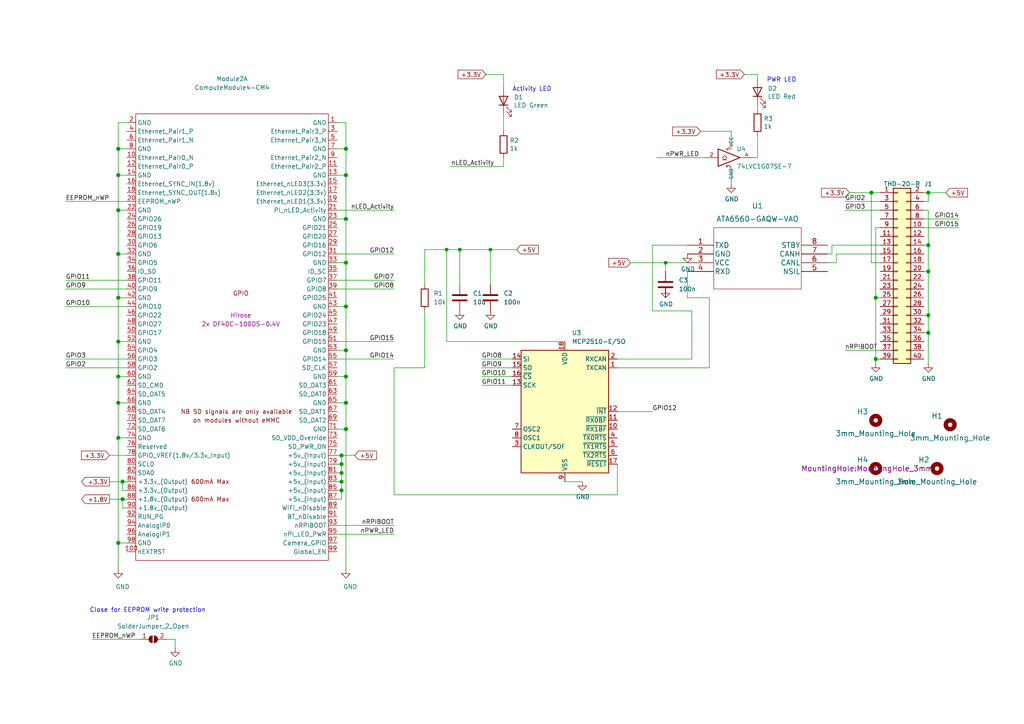
<source format=kicad_sch>
(kicad_sch (version 20211123) (generator eeschema)
  (paper "A4")
  (title_block (title "ColoradoCUBE C&DH") (date "2022-01-27") (rev "v01") (comment 4 "Author: Kate Nechaeva"))
  (lib_symbols
    (symbol "ATA6560-GAQW-VAO:ATA6560-GAQW-VAO" (pin_names (offset 0.254))
      (property "Reference" "U" (at 20.32 10.16 0))
      (property "Value" "ATA6560-GAQW-VAO" (at 20.32 7.62 0))
      (symbol "ATA6560-GAQW-VAO_1_1"
        (polyline (pts (xy 7.62 -12.7) (xy 33.02 -12.7)) (stroke (width 0.127)))
        (polyline (pts (xy 7.62 5.08) (xy 7.62 -12.7)) (stroke (width 0.127)))
        (polyline (pts (xy 33.02 -12.7) (xy 33.02 5.08)) (stroke (width 0.127)))
        (polyline (pts (xy 33.02 5.08) (xy 7.62 5.08)) (stroke (width 0.127)))
        (pin input line (at 0 0 0) (length 7.62) (name "TXD") (number "1"))
        (pin power_in line (at 0 -2.54 0) (length 7.62) (name "GND") (number "2"))
        (pin power_in line (at 0 -5.08 0) (length 7.62) (name "VCC") (number "3"))
        (pin output line (at 0 -7.62 0) (length 7.62) (name "RXD") (number "4"))
        (pin input line (at 40.64 -7.62 180) (length 7.62) (name "NSIL") (number "5"))
        (pin bidirectional line (at 40.64 -5.08 180) (length 7.62) (name "CANL") (number "6"))
        (pin bidirectional line (at 40.64 -2.54 180) (length 7.62) (name "CANH") (number "7"))
        (pin input line (at 40.64 0 180) (length 7.62) (name "STBY") (number "8"))
      )
    )
    (symbol "CM4IO:74LVC1G07_copy"
      (property "Reference" "U" (at -2.54 3.81 0))
      (property "Value" "74LVC1G07_copy" (at 0 -3.81 0))
      (symbol "74LVC1G07_copy_0_1"
        (polyline (pts (xy -2.54 -0.635) (xy -1.27 -0.635)))
        (polyline (pts (xy -3.81 2.54) (xy -3.81 -2.54) (xy 2.54 0) (xy -3.81 2.54)) (stroke (width 0.254)))
        (polyline (pts (xy -1.905 0.635) (xy -2.54 0) (xy -1.905 -0.635) (xy -1.27 0) (xy -1.905 0.635)))
      )
      (symbol "74LVC1G07_copy_1_1"
        (pin input line (at -7.62 0 0) (length 3.81) (name "~") (number "2"))
        (pin power_in line (at 0 -2.54 270) (length 0) (name "GND") (number "3"))
        (pin open_collector line (at 6.35 0 180) (length 3.81) (name "~") (number "4"))
        (pin power_in line (at 0 2.54 90) (length 0) (name "VCC") (number "5"))
      )
    )
    (symbol "CM4IO:ComputeModule4-CM4"
      (property "Reference" "Module" (at 113.03 -68.58 0))
      (property "Value" "ComputeModule4-CM4" (at 140.97 2.54 0))
      (property "Manufacturer" "Hirose" (at 0 0 0))
      (property "MPN" "2x DF40C-100DS-0.4V" (at 0 -2.54 0))
      (property "MPN (Alt)" "2x DF40HC(3.0)-100DS-0.4V" (at 0 0 0))
      (symbol "ComputeModule4-CM4_1_0"
        (text "GPIO" (at 0 6.35 0) (effects (font (size 1.27 1.27))))
      )
      (symbol "ComputeModule4-CM4_1_1"
        (rectangle (start -30.48 -71.12) (end 25.4 58.42))
        (text "600mA Max" (at -8.89 -53.34 0) (effects (font (size 1.27 1.27))))
        (text "600mA Max" (at -8.89 -48.26 0) (effects (font (size 1.27 1.27))))
        (text "NB SD signals are only available" (at -1.27 -27.94 0) (effects (font (size 1.27 1.27))))
        (text "on modules without eMMC" (at -1.27 -30.48 0) (effects (font (size 1.27 1.27))))
        (pin power_in line (at 27.94 55.88 180) (length 2.54) (name "GND") (number "1"))
        (pin passive line (at -33.02 45.72 0) (length 2.54) (name "Ethernet_Pair0_N") (number "10"))
        (pin output line (at -33.02 -68.58 0) (length 2.54) (name "nEXTRST") (number "100"))
        (pin passive line (at 27.94 43.18 180) (length 2.54) (name "Ethernet_Pair2_P") (number "11"))
        (pin passive line (at -33.02 43.18 0) (length 2.54) (name "Ethernet_Pair0_P") (number "12"))
        (pin power_in line (at 27.94 40.64 180) (length 2.54) (name "GND") (number "13"))
        (pin power_in line (at -33.02 40.64 0) (length 2.54) (name "GND") (number "14"))
        (pin output line (at 27.94 38.1 180) (length 2.54) (name "Ethernet_nLED3(3.3v)") (number "15"))
        (pin input line (at -33.02 38.1 0) (length 2.54) (name "Ethernet_SYNC_IN(1.8v)") (number "16"))
        (pin output line (at 27.94 35.56 180) (length 2.54) (name "Ethernet_nLED2(3.3v)") (number "17"))
        (pin input line (at -33.02 35.56 0) (length 2.54) (name "Ethernet_SYNC_OUT(1.8v)") (number "18"))
        (pin output line (at 27.94 33.02 180) (length 2.54) (name "Ethernet_nLED1(3.3v)") (number "19"))
        (pin power_in line (at -33.02 55.88 0) (length 2.54) (name "GND") (number "2"))
        (pin passive line (at -33.02 33.02 0) (length 2.54) (name "EEPROM_nWP") (number "20"))
        (pin open_collector line (at 27.94 30.48 180) (length 2.54) (name "PI_nLED_Activity") (number "21"))
        (pin power_in line (at -33.02 30.48 0) (length 2.54) (name "GND") (number "22"))
        (pin power_in line (at 27.94 27.94 180) (length 2.54) (name "GND") (number "23"))
        (pin passive line (at -33.02 27.94 0) (length 2.54) (name "GPIO26") (number "24"))
        (pin passive line (at 27.94 25.4 180) (length 2.54) (name "GPIO21") (number "25"))
        (pin passive line (at -33.02 25.4 0) (length 2.54) (name "GPIO19") (number "26"))
        (pin passive line (at 27.94 22.86 180) (length 2.54) (name "GPIO20") (number "27"))
        (pin passive line (at -33.02 22.86 0) (length 2.54) (name "GPIO13") (number "28"))
        (pin passive line (at 27.94 20.32 180) (length 2.54) (name "GPIO16") (number "29"))
        (pin passive line (at 27.94 53.34 180) (length 2.54) (name "Ethernet_Pair3_P") (number "3"))
        (pin passive line (at -33.02 20.32 0) (length 2.54) (name "GPIO6") (number "30"))
        (pin passive line (at 27.94 17.78 180) (length 2.54) (name "GPIO12") (number "31"))
        (pin power_in line (at -33.02 17.78 0) (length 2.54) (name "GND") (number "32"))
        (pin power_in line (at 27.94 15.24 180) (length 2.54) (name "GND") (number "33"))
        (pin passive line (at -33.02 15.24 0) (length 2.54) (name "GPIO5") (number "34"))
        (pin passive line (at 27.94 12.7 180) (length 2.54) (name "ID_SC") (number "35"))
        (pin passive line (at -33.02 12.7 0) (length 2.54) (name "ID_SD") (number "36"))
        (pin passive line (at 27.94 10.16 180) (length 2.54) (name "GPIO7") (number "37"))
        (pin passive line (at -33.02 10.16 0) (length 2.54) (name "GPIO11") (number "38"))
        (pin passive line (at 27.94 7.62 180) (length 2.54) (name "GPIO8") (number "39"))
        (pin passive line (at -33.02 53.34 0) (length 2.54) (name "Ethernet_Pair1_P") (number "4"))
        (pin passive line (at -33.02 7.62 0) (length 2.54) (name "GPIO9") (number "40"))
        (pin passive line (at 27.94 5.08 180) (length 2.54) (name "GPIO25") (number "41"))
        (pin power_in line (at -33.02 5.08 0) (length 2.54) (name "GND") (number "42"))
        (pin power_in line (at 27.94 2.54 180) (length 2.54) (name "GND") (number "43"))
        (pin passive line (at -33.02 2.54 0) (length 2.54) (name "GPIO10") (number "44"))
        (pin passive line (at 27.94 0 180) (length 2.54) (name "GPIO24") (number "45"))
        (pin passive line (at -33.02 0 0) (length 2.54) (name "GPIO22") (number "46"))
        (pin passive line (at 27.94 -2.54 180) (length 2.54) (name "GPIO23") (number "47"))
        (pin passive line (at -33.02 -2.54 0) (length 2.54) (name "GPIO27") (number "48"))
        (pin passive line (at 27.94 -5.08 180) (length 2.54) (name "GPIO18") (number "49"))
        (pin passive line (at 27.94 50.8 180) (length 2.54) (name "Ethernet_Pair3_N") (number "5"))
        (pin passive line (at -33.02 -5.08 0) (length 2.54) (name "GPIO17") (number "50"))
        (pin passive line (at 27.94 -7.62 180) (length 2.54) (name "GPIO15") (number "51"))
        (pin power_in line (at -33.02 -7.62 0) (length 2.54) (name "GND") (number "52"))
        (pin power_in line (at 27.94 -10.16 180) (length 2.54) (name "GND") (number "53"))
        (pin passive line (at -33.02 -10.16 0) (length 2.54) (name "GPIO4") (number "54"))
        (pin passive line (at 27.94 -12.7 180) (length 2.54) (name "GPIO14") (number "55"))
        (pin passive line (at -33.02 -12.7 0) (length 2.54) (name "GPIO3") (number "56"))
        (pin passive line (at 27.94 -15.24 180) (length 2.54) (name "SD_CLK") (number "57"))
        (pin passive line (at -33.02 -15.24 0) (length 2.54) (name "GPIO2") (number "58"))
        (pin power_in line (at 27.94 -17.78 180) (length 2.54) (name "GND") (number "59"))
        (pin passive line (at -33.02 50.8 0) (length 2.54) (name "Ethernet_Pair1_N") (number "6"))
        (pin power_in line (at -33.02 -17.78 0) (length 2.54) (name "GND") (number "60"))
        (pin passive line (at 27.94 -20.32 180) (length 2.54) (name "SD_DAT3") (number "61"))
        (pin passive line (at -33.02 -20.32 0) (length 2.54) (name "SD_CMD") (number "62"))
        (pin passive line (at 27.94 -22.86 180) (length 2.54) (name "SD_DAT0") (number "63"))
        (pin passive line (at -33.02 -22.86 0) (length 2.54) (name "SD_DAT5") (number "64"))
        (pin power_in line (at 27.94 -25.4 180) (length 2.54) (name "GND") (number "65"))
        (pin power_in line (at -33.02 -25.4 0) (length 2.54) (name "GND") (number "66"))
        (pin passive line (at 27.94 -27.94 180) (length 2.54) (name "SD_DAT1") (number "67"))
        (pin passive line (at -33.02 -27.94 0) (length 2.54) (name "SD_DAT4") (number "68"))
        (pin passive line (at 27.94 -30.48 180) (length 2.54) (name "SD_DAT2") (number "69"))
        (pin power_in line (at 27.94 48.26 180) (length 2.54) (name "GND") (number "7"))
        (pin passive line (at -33.02 -30.48 0) (length 2.54) (name "SD_DAT7") (number "70"))
        (pin power_in line (at 27.94 -33.02 180) (length 2.54) (name "GND") (number "71"))
        (pin passive line (at -33.02 -33.02 0) (length 2.54) (name "SD_DAT6") (number "72"))
        (pin input line (at 27.94 -35.56 180) (length 2.54) (name "SD_VDD_Override") (number "73"))
        (pin power_in line (at -33.02 -35.56 0) (length 2.54) (name "GND") (number "74"))
        (pin output line (at 27.94 -38.1 180) (length 2.54) (name "SD_PWR_ON") (number "75"))
        (pin passive line (at -33.02 -38.1 0) (length 2.54) (name "Reserved") (number "76"))
        (pin power_in line (at 27.94 -40.64 180) (length 2.54) (name "+5v_(Input)") (number "77"))
        (pin power_in line (at -33.02 -40.64 0) (length 2.54) (name "GPIO_VREF(1.8v/3.3v_Input)") (number "78"))
        (pin power_in line (at 27.94 -43.18 180) (length 2.54) (name "+5v_(Input)") (number "79"))
        (pin power_in line (at -33.02 48.26 0) (length 2.54) (name "GND") (number "8"))
        (pin passive line (at -33.02 -43.18 0) (length 2.54) (name "SCL0") (number "80"))
        (pin power_in line (at 27.94 -45.72 180) (length 2.54) (name "+5v_(Input)") (number "81"))
        (pin passive line (at -33.02 -45.72 0) (length 2.54) (name "SDA0") (number "82"))
        (pin power_in line (at 27.94 -48.26 180) (length 2.54) (name "+5v_(Input)") (number "83"))
        (pin power_out line (at -33.02 -48.26 0) (length 2.54) (name "+3.3v_(Output)") (number "84"))
        (pin power_in line (at 27.94 -50.8 180) (length 2.54) (name "+5v_(Input)") (number "85"))
        (pin power_out line (at -33.02 -50.8 0) (length 2.54) (name "+3.3v_(Output)") (number "86"))
        (pin power_in line (at 27.94 -53.34 180) (length 2.54) (name "+5v_(Input)") (number "87"))
        (pin power_out line (at -33.02 -53.34 0) (length 2.54) (name "+1.8v_(Output)") (number "88"))
        (pin power_in line (at 27.94 -55.88 180) (length 2.54) (name "WiFi_nDisable") (number "89"))
        (pin passive line (at 27.94 45.72 180) (length 2.54) (name "Ethernet_Pair2_N") (number "9"))
        (pin power_out line (at -33.02 -55.88 0) (length 2.54) (name "+1.8v_(Output)") (number "90"))
        (pin power_in line (at 27.94 -58.42 180) (length 2.54) (name "BT_nDisable") (number "91"))
        (pin passive line (at -33.02 -58.42 0) (length 2.54) (name "RUN_PG") (number "92"))
        (pin input line (at 27.94 -60.96 180) (length 2.54) (name "nRPIBOOT") (number "93"))
        (pin passive line (at -33.02 -60.96 0) (length 2.54) (name "AnalogIP0") (number "94"))
        (pin output line (at 27.94 -63.5 180) (length 2.54) (name "nPI_LED_PWR") (number "95"))
        (pin passive line (at -33.02 -63.5 0) (length 2.54) (name "AnalogIP1") (number "96"))
        (pin passive line (at 27.94 -66.04 180) (length 2.54) (name "Camera_GPIO") (number "97"))
        (pin power_in line (at -33.02 -66.04 0) (length 2.54) (name "GND") (number "98"))
        (pin input line (at 27.94 -68.58 180) (length 2.54) (name "Global_EN") (number "99"))
      )
      (symbol "ComputeModule4-CM4_2_1"
        (rectangle (start 114.3 -66.04) (end 165.1 63.5))
        (text "High Speed Serial" (at 140.97 0 0) (effects (font (size 1.27 1.27))))
        (pin input line (at 170.18 60.96 180) (length 5.08) (name "USB_OTG_ID") (number "101"))
        (pin input line (at 109.22 60.96 0) (length 5.08) (name "PCIe_CLK_nREQ") (number "102"))
        (pin passive line (at 170.18 58.42 180) (length 5.08) (name "USB2_N") (number "103"))
        (pin passive line (at 109.22 58.42 0) (length 5.08) (name "Reserved") (number "104"))
        (pin passive line (at 170.18 55.88 180) (length 5.08) (name "USB2_P") (number "105"))
        (pin passive line (at 109.22 55.88 0) (length 5.08) (name "Reserved") (number "106"))
        (pin power_in line (at 170.18 53.34 180) (length 5.08) (name "GND") (number "107"))
        (pin power_in line (at 109.22 53.34 0) (length 5.08) (name "GND") (number "108"))
        (pin bidirectional line (at 170.18 50.8 180) (length 5.08) (name "PCIe_nRST") (number "109"))
        (pin output line (at 109.22 50.8 0) (length 5.08) (name "PCIe_CLK_P") (number "110"))
        (pin passive line (at 170.18 48.26 180) (length 5.08) (name "VDAC_COMP") (number "111"))
        (pin output line (at 109.22 48.26 0) (length 5.08) (name "PCIe_CLK_N") (number "112"))
        (pin power_in line (at 170.18 45.72 180) (length 5.08) (name "GND") (number "113"))
        (pin power_in line (at 109.22 45.72 0) (length 5.08) (name "GND") (number "114"))
        (pin input line (at 170.18 43.18 180) (length 5.08) (name "CAM1_D0_N") (number "115"))
        (pin input line (at 109.22 43.18 0) (length 5.08) (name "PCIe_RX_P") (number "116"))
        (pin input line (at 170.18 40.64 180) (length 5.08) (name "CAM1_D0_P") (number "117"))
        (pin input line (at 109.22 40.64 0) (length 5.08) (name "PCIe_RX_N") (number "118"))
        (pin power_in line (at 170.18 38.1 180) (length 5.08) (name "GND") (number "119"))
        (pin power_in line (at 109.22 38.1 0) (length 5.08) (name "GND") (number "120"))
        (pin input line (at 170.18 35.56 180) (length 5.08) (name "CAM1_D1_N") (number "121"))
        (pin output line (at 109.22 35.56 0) (length 5.08) (name "PCIe_TX_P") (number "122"))
        (pin input line (at 170.18 33.02 180) (length 5.08) (name "CAM1_D1_P") (number "123"))
        (pin output line (at 109.22 33.02 0) (length 5.08) (name "PCIe_TX_N") (number "124"))
        (pin power_in line (at 170.18 30.48 180) (length 5.08) (name "GND") (number "125"))
        (pin power_in line (at 109.22 30.48 0) (length 5.08) (name "GND") (number "126"))
        (pin input line (at 170.18 27.94 180) (length 5.08) (name "CAM1_C_N") (number "127"))
        (pin input line (at 109.22 27.94 0) (length 5.08) (name "CAM0_D0_N") (number "128"))
        (pin input line (at 170.18 25.4 180) (length 5.08) (name "CAM1_C_P") (number "129"))
        (pin input line (at 109.22 25.4 0) (length 5.08) (name "CAM0_D0_P") (number "130"))
        (pin power_in line (at 170.18 22.86 180) (length 5.08) (name "GND") (number "131"))
        (pin power_in line (at 109.22 22.86 0) (length 5.08) (name "GND") (number "132"))
        (pin input line (at 170.18 20.32 180) (length 5.08) (name "CAM1_D2_N") (number "133"))
        (pin input line (at 109.22 20.32 0) (length 5.08) (name "CAM0_D1_N") (number "134"))
        (pin input line (at 170.18 17.78 180) (length 5.08) (name "CAM1_D2_P") (number "135"))
        (pin input line (at 109.22 17.78 0) (length 5.08) (name "CAM0_D1_P") (number "136"))
        (pin power_in line (at 170.18 15.24 180) (length 5.08) (name "GND") (number "137"))
        (pin power_in line (at 109.22 15.24 0) (length 5.08) (name "GND") (number "138"))
        (pin input line (at 170.18 12.7 180) (length 5.08) (name "CAM1_D3_N") (number "139"))
        (pin input line (at 109.22 12.7 0) (length 5.08) (name "CAM0_C_N") (number "140"))
        (pin input line (at 170.18 10.16 180) (length 5.08) (name "CAM1_D3_P") (number "141"))
        (pin input line (at 109.22 10.16 0) (length 5.08) (name "CAM0_C_P") (number "142"))
        (pin input line (at 170.18 7.62 180) (length 5.08) (name "HDMI1_HOTPLUG") (number "143"))
        (pin power_in line (at 109.22 7.62 0) (length 5.08) (name "GND") (number "144"))
        (pin bidirectional line (at 170.18 5.08 180) (length 5.08) (name "HDMI1_SDA") (number "145"))
        (pin output line (at 109.22 5.08 0) (length 5.08) (name "HDMI1_TX2_P") (number "146"))
        (pin open_collector line (at 170.18 2.54 180) (length 5.08) (name "HDMI1_SCL") (number "147"))
        (pin output line (at 109.22 2.54 0) (length 5.08) (name "HDMI1_TX2_N") (number "148"))
        (pin open_collector line (at 170.18 0 180) (length 5.08) (name "HDMI1_CEC") (number "149"))
        (pin power_in line (at 109.22 0 0) (length 5.08) (name "GND") (number "150"))
        (pin open_collector line (at 170.18 -2.54 180) (length 5.08) (name "HDMI0_CEC") (number "151"))
        (pin output line (at 109.22 -2.54 0) (length 5.08) (name "HDMI1_TX1_P") (number "152"))
        (pin input line (at 170.18 -5.08 180) (length 5.08) (name "HDMI0_HOTPLUG") (number "153"))
        (pin output line (at 109.22 -5.08 0) (length 5.08) (name "HDMI1_TX1_N") (number "154"))
        (pin power_in line (at 170.18 -7.62 180) (length 5.08) (name "GND") (number "155"))
        (pin power_in line (at 109.22 -7.62 0) (length 5.08) (name "GND") (number "156"))
        (pin output line (at 170.18 -10.16 180) (length 5.08) (name "DSI0_D0_N") (number "157"))
        (pin output line (at 109.22 -10.16 0) (length 5.08) (name "HDMI1_TX0_P") (number "158"))
        (pin output line (at 170.18 -12.7 180) (length 5.08) (name "DSI0_D0_P") (number "159"))
        (pin output line (at 109.22 -12.7 0) (length 5.08) (name "HDMI1_TX0_N") (number "160"))
        (pin power_in line (at 170.18 -15.24 180) (length 5.08) (name "GND") (number "161"))
        (pin power_in line (at 109.22 -15.24 0) (length 5.08) (name "GND") (number "162"))
        (pin output line (at 170.18 -17.78 180) (length 5.08) (name "DSI0_D1_N") (number "163"))
        (pin output line (at 109.22 -17.78 0) (length 5.08) (name "HDMI1_CLK_P") (number "164"))
        (pin output line (at 170.18 -20.32 180) (length 5.08) (name "DSI0_D1_P") (number "165"))
        (pin output line (at 109.22 -20.32 0) (length 5.08) (name "HDMI1_CLK_N") (number "166"))
        (pin power_in line (at 170.18 -22.86 180) (length 5.08) (name "GND") (number "167"))
        (pin power_in line (at 109.22 -22.86 0) (length 5.08) (name "GND") (number "168"))
        (pin output line (at 170.18 -25.4 180) (length 5.08) (name "DSI0_C_N") (number "169"))
        (pin output line (at 109.22 -25.4 0) (length 5.08) (name "HDMI0_TX2_P") (number "170"))
        (pin output line (at 170.18 -27.94 180) (length 5.08) (name "DSI0_C_P") (number "171"))
        (pin output line (at 109.22 -27.94 0) (length 5.08) (name "HDMI0_TX2_N") (number "172"))
        (pin power_in line (at 170.18 -30.48 180) (length 5.08) (name "GND") (number "173"))
        (pin power_in line (at 109.22 -30.48 0) (length 5.08) (name "GND") (number "174"))
        (pin output line (at 170.18 -33.02 180) (length 5.08) (name "DSI1_D0_N") (number "175"))
        (pin output line (at 109.22 -33.02 0) (length 5.08) (name "HDMI0_TX1_P") (number "176"))
        (pin output line (at 170.18 -35.56 180) (length 5.08) (name "DSI1_D0_P") (number "177"))
        (pin output line (at 109.22 -35.56 0) (length 5.08) (name "HDMI0_TX1_N") (number "178"))
        (pin power_in line (at 170.18 -38.1 180) (length 5.08) (name "GND") (number "179"))
        (pin power_in line (at 109.22 -38.1 0) (length 5.08) (name "GND") (number "180"))
        (pin output line (at 170.18 -40.64 180) (length 5.08) (name "DSI1_D1_N") (number "181"))
        (pin output line (at 109.22 -40.64 0) (length 5.08) (name "HDMI0_TX0_P") (number "182"))
        (pin output line (at 170.18 -43.18 180) (length 5.08) (name "DSI1_D1_P") (number "183"))
        (pin output line (at 109.22 -43.18 0) (length 5.08) (name "HDMI0_TX0_N") (number "184"))
        (pin power_in line (at 170.18 -45.72 180) (length 5.08) (name "GND") (number "185"))
        (pin power_in line (at 109.22 -45.72 0) (length 5.08) (name "GND") (number "186"))
        (pin output line (at 170.18 -48.26 180) (length 5.08) (name "DSI1_C_N") (number "187"))
        (pin output line (at 109.22 -48.26 0) (length 5.08) (name "HDMI0_CLK_P") (number "188"))
        (pin output line (at 170.18 -50.8 180) (length 5.08) (name "DSI1_C_P") (number "189"))
        (pin output line (at 109.22 -50.8 0) (length 5.08) (name "HDMI0_CLK_N") (number "190"))
        (pin power_in line (at 170.18 -53.34 180) (length 5.08) (name "GND") (number "191"))
        (pin power_in line (at 109.22 -53.34 0) (length 5.08) (name "GND") (number "192"))
        (pin output line (at 170.18 -55.88 180) (length 5.08) (name "DSI1_D2_N") (number "193"))
        (pin output line (at 109.22 -55.88 0) (length 5.08) (name "DSI1_D3_N") (number "194"))
        (pin output line (at 170.18 -58.42 180) (length 5.08) (name "DSI1_D2_P") (number "195"))
        (pin output line (at 109.22 -58.42 0) (length 5.08) (name "DSI1_D3_P") (number "196"))
        (pin power_in line (at 170.18 -60.96 180) (length 5.08) (name "GND") (number "197"))
        (pin power_in line (at 109.22 -60.96 0) (length 5.08) (name "GND") (number "198"))
        (pin bidirectional line (at 170.18 -63.5 180) (length 5.08) (name "HDMI0_SDA") (number "199"))
        (pin open_collector line (at 109.22 -63.5 0) (length 5.08) (name "HDMI0_SCL") (number "200"))
      )
    )
    (symbol "Connector_Generic:Conn_02x20_Odd_Even" (pin_names hide)
      (property "Reference" "J" (at 1.27 25.4 0))
      (property "Value" "Conn_02x20_Odd_Even" (at 1.27 -27.94 0))
      (symbol "Conn_02x20_Odd_Even_1_1"
        (rectangle (start -1.27 -25.273) (end 0 -25.527))
        (rectangle (start -1.27 -22.733) (end 0 -22.987))
        (rectangle (start -1.27 -20.193) (end 0 -20.447))
        (rectangle (start -1.27 -17.653) (end 0 -17.907))
        (rectangle (start -1.27 -15.113) (end 0 -15.367))
        (rectangle (start -1.27 -12.573) (end 0 -12.827))
        (rectangle (start -1.27 -10.033) (end 0 -10.287))
        (rectangle (start -1.27 -7.493) (end 0 -7.747))
        (rectangle (start -1.27 -4.953) (end 0 -5.207))
        (rectangle (start -1.27 -2.413) (end 0 -2.667))
        (rectangle (start -1.27 0.127) (end 0 -0.127))
        (rectangle (start -1.27 2.667) (end 0 2.413))
        (rectangle (start -1.27 5.207) (end 0 4.953))
        (rectangle (start -1.27 7.747) (end 0 7.493))
        (rectangle (start -1.27 10.287) (end 0 10.033))
        (rectangle (start -1.27 12.827) (end 0 12.573))
        (rectangle (start -1.27 15.367) (end 0 15.113))
        (rectangle (start -1.27 17.907) (end 0 17.653))
        (rectangle (start -1.27 20.447) (end 0 20.193))
        (rectangle (start -1.27 22.987) (end 0 22.733))
        (rectangle (start -1.27 24.13) (end 3.81 -26.67) (stroke (width 0.254)) (fill (type background)))
        (rectangle (start 3.81 -25.273) (end 2.54 -25.527))
        (rectangle (start 3.81 -22.733) (end 2.54 -22.987))
        (rectangle (start 3.81 -20.193) (end 2.54 -20.447))
        (rectangle (start 3.81 -17.653) (end 2.54 -17.907))
        (rectangle (start 3.81 -15.113) (end 2.54 -15.367))
        (rectangle (start 3.81 -12.573) (end 2.54 -12.827))
        (rectangle (start 3.81 -10.033) (end 2.54 -10.287))
        (rectangle (start 3.81 -7.493) (end 2.54 -7.747))
        (rectangle (start 3.81 -4.953) (end 2.54 -5.207))
        (rectangle (start 3.81 -2.413) (end 2.54 -2.667))
        (rectangle (start 3.81 0.127) (end 2.54 -0.127))
        (rectangle (start 3.81 2.667) (end 2.54 2.413))
        (rectangle (start 3.81 5.207) (end 2.54 4.953))
        (rectangle (start 3.81 7.747) (end 2.54 7.493))
        (rectangle (start 3.81 10.287) (end 2.54 10.033))
        (rectangle (start 3.81 12.827) (end 2.54 12.573))
        (rectangle (start 3.81 15.367) (end 2.54 15.113))
        (rectangle (start 3.81 17.907) (end 2.54 17.653))
        (rectangle (start 3.81 20.447) (end 2.54 20.193))
        (rectangle (start 3.81 22.987) (end 2.54 22.733))
        (pin passive line (at -5.08 22.86 0) (length 3.81) (name "Pin_1") (number "1"))
        (pin passive line (at 7.62 12.7 180) (length 3.81) (name "Pin_10") (number "10"))
        (pin passive line (at -5.08 10.16 0) (length 3.81) (name "Pin_11") (number "11"))
        (pin passive line (at 7.62 10.16 180) (length 3.81) (name "Pin_12") (number "12"))
        (pin passive line (at -5.08 7.62 0) (length 3.81) (name "Pin_13") (number "13"))
        (pin passive line (at 7.62 7.62 180) (length 3.81) (name "Pin_14") (number "14"))
        (pin passive line (at -5.08 5.08 0) (length 3.81) (name "Pin_15") (number "15"))
        (pin passive line (at 7.62 5.08 180) (length 3.81) (name "Pin_16") (number "16"))
        (pin passive line (at -5.08 2.54 0) (length 3.81) (name "Pin_17") (number "17"))
        (pin passive line (at 7.62 2.54 180) (length 3.81) (name "Pin_18") (number "18"))
        (pin passive line (at -5.08 0 0) (length 3.81) (name "Pin_19") (number "19"))
        (pin passive line (at 7.62 22.86 180) (length 3.81) (name "Pin_2") (number "2"))
        (pin passive line (at 7.62 0 180) (length 3.81) (name "Pin_20") (number "20"))
        (pin passive line (at -5.08 -2.54 0) (length 3.81) (name "Pin_21") (number "21"))
        (pin passive line (at 7.62 -2.54 180) (length 3.81) (name "Pin_22") (number "22"))
        (pin passive line (at -5.08 -5.08 0) (length 3.81) (name "Pin_23") (number "23"))
        (pin passive line (at 7.62 -5.08 180) (length 3.81) (name "Pin_24") (number "24"))
        (pin passive line (at -5.08 -7.62 0) (length 3.81) (name "Pin_25") (number "25"))
        (pin passive line (at 7.62 -7.62 180) (length 3.81) (name "Pin_26") (number "26"))
        (pin passive line (at -5.08 -10.16 0) (length 3.81) (name "Pin_27") (number "27"))
        (pin passive line (at 7.62 -10.16 180) (length 3.81) (name "Pin_28") (number "28"))
        (pin passive line (at -5.08 -12.7 0) (length 3.81) (name "Pin_29") (number "29"))
        (pin passive line (at -5.08 20.32 0) (length 3.81) (name "Pin_3") (number "3"))
        (pin passive line (at 7.62 -12.7 180) (length 3.81) (name "Pin_30") (number "30"))
        (pin passive line (at -5.08 -15.24 0) (length 3.81) (name "Pin_31") (number "31"))
        (pin passive line (at 7.62 -15.24 180) (length 3.81) (name "Pin_32") (number "32"))
        (pin passive line (at -5.08 -17.78 0) (length 3.81) (name "Pin_33") (number "33"))
        (pin passive line (at 7.62 -17.78 180) (length 3.81) (name "Pin_34") (number "34"))
        (pin passive line (at -5.08 -20.32 0) (length 3.81) (name "Pin_35") (number "35"))
        (pin passive line (at 7.62 -20.32 180) (length 3.81) (name "Pin_36") (number "36"))
        (pin passive line (at -5.08 -22.86 0) (length 3.81) (name "Pin_37") (number "37"))
        (pin passive line (at 7.62 -22.86 180) (length 3.81) (name "Pin_38") (number "38"))
        (pin passive line (at -5.08 -25.4 0) (length 3.81) (name "Pin_39") (number "39"))
        (pin passive line (at 7.62 20.32 180) (length 3.81) (name "Pin_4") (number "4"))
        (pin passive line (at 7.62 -25.4 180) (length 3.81) (name "Pin_40") (number "40"))
        (pin passive line (at -5.08 17.78 0) (length 3.81) (name "Pin_5") (number "5"))
        (pin passive line (at 7.62 17.78 180) (length 3.81) (name "Pin_6") (number "6"))
        (pin passive line (at -5.08 15.24 0) (length 3.81) (name "Pin_7") (number "7"))
        (pin passive line (at 7.62 15.24 180) (length 3.81) (name "Pin_8") (number "8"))
        (pin passive line (at -5.08 12.7 0) (length 3.81) (name "Pin_9") (number "9"))
      )
    )
    (symbol "Device:C" (pin_numbers hide) (pin_names (offset 0.254))
      (property "Reference" "C" (at 0.635 2.54 0))
      (property "Value" "C" (at 0.635 -2.54 0))
      (symbol "C_0_1"
        (polyline (pts (xy -2.032 -0.762) (xy 2.032 -0.762)) (stroke (width 0.508)))
        (polyline (pts (xy -2.032 0.762) (xy 2.032 0.762)) (stroke (width 0.508)))
      )
      (symbol "C_1_1"
        (pin passive line (at 0 3.81 270) (length 2.794) (name "~") (number "1"))
        (pin passive line (at 0 -3.81 90) (length 2.794) (name "~") (number "2"))
      )
    )
    (symbol "Device:LED" (pin_numbers hide) (pin_names (offset 1.016) hide)
      (property "Reference" "D" (at 0 2.54 0))
      (property "Value" "LED" (at 0 -2.54 0))
      (symbol "LED_0_1"
        (polyline (pts (xy -1.27 -1.27) (xy -1.27 1.27)) (stroke (width 0.254)))
        (polyline (pts (xy -1.27 0) (xy 1.27 0)))
        (polyline (pts (xy 1.27 -1.27) (xy 1.27 1.27) (xy -1.27 0) (xy 1.27 -1.27)) (stroke (width 0.254)))
        (polyline (pts (xy -3.048 -0.762) (xy -4.572 -2.286) (xy -3.81 -2.286) (xy -4.572 -2.286) (xy -4.572 -1.524)))
        (polyline (pts (xy -1.778 -0.762) (xy -3.302 -2.286) (xy -2.54 -2.286) (xy -3.302 -2.286) (xy -3.302 -1.524)))
      )
      (symbol "LED_1_1"
        (pin passive line (at -3.81 0 0) (length 2.54) (name "K") (number "1"))
        (pin passive line (at 3.81 0 180) (length 2.54) (name "A") (number "2"))
      )
    )
    (symbol "Device:R" (pin_numbers hide) (pin_names (offset 0))
      (property "Reference" "R" (at 2.032 0 90))
      (property "Value" "R" (at 0 0 90))
      (symbol "R_0_1"
        (rectangle (start -1.016 -2.54) (end 1.016 2.54) (stroke (width 0.254)))
      )
      (symbol "R_1_1"
        (pin passive line (at 0 3.81 270) (length 1.27) (name "~") (number "1"))
        (pin passive line (at 0 -3.81 90) (length 1.27) (name "~") (number "2"))
      )
    )
    (symbol "Interface_CAN_LIN:MCP2515-xSO"
      (property "Reference" "U" (at -10.16 19.685 0))
      (property "Value" "MCP2515-xSO" (at 19.05 20.32 0))
      (symbol "MCP2515-xSO_0_1"
        (rectangle (start -12.7 17.78) (end 12.7 -17.78) (stroke (width 0.254)) (fill (type background)))
      )
      (symbol "MCP2515-xSO_1_1"
        (pin output line (at 15.24 12.7 180) (length 2.54) (name "TXCAN") (number "1"))
        (pin output line (at 15.24 -5.08 180) (length 2.54) (name "~{RX1BF}") (number "10"))
        (pin output line (at 15.24 -2.54 180) (length 2.54) (name "~{RX0BF}") (number "11"))
        (pin output line (at 15.24 0 180) (length 2.54) (name "~{INT}") (number "12"))
        (pin input line (at -15.24 7.62 0) (length 2.54) (name "SCK") (number "13"))
        (pin input line (at -15.24 15.24 0) (length 2.54) (name "SI") (number "14"))
        (pin output line (at -15.24 12.7 0) (length 2.54) (name "SO") (number "15"))
        (pin input line (at -15.24 10.16 0) (length 2.54) (name "~{CS}") (number "16"))
        (pin input line (at 15.24 -15.24 180) (length 2.54) (name "~{RESET}") (number "17"))
        (pin power_in line (at 0 20.32 270) (length 2.54) (name "VDD") (number "18"))
        (pin input line (at 15.24 15.24 180) (length 2.54) (name "RXCAN") (number "2"))
        (pin output line (at -15.24 -10.16 0) (length 2.54) (name "CLKOUT/SOF") (number "3"))
        (pin input line (at 15.24 -7.62 180) (length 2.54) (name "~{TX0RTS}") (number "4"))
        (pin input line (at 15.24 -10.16 180) (length 2.54) (name "~{TX1RTS}") (number "5"))
        (pin input line (at 15.24 -12.7 180) (length 2.54) (name "~{TX2RTS}") (number "6"))
        (pin output line (at -15.24 -5.08 0) (length 2.54) (name "OSC2") (number "7"))
        (pin input line (at -15.24 -7.62 0) (length 2.54) (name "OSC1") (number "8"))
        (pin power_in line (at 0 -20.32 90) (length 2.54) (name "VSS") (number "9"))
      )
    )
    (symbol "Jumper:SolderJumper_2_Open" (pin_names (offset 0) hide)
      (property "Reference" "JP" (at 0 2.032 0))
      (property "Value" "SolderJumper_2_Open" (at 0 -2.54 0))
      (symbol "SolderJumper_2_Open_0_1"
        (arc (start -0.254 1.016) (mid -1.27 0) (end -0.254 -1.016))
        (arc (start -0.254 1.016) (mid -1.27 0) (end -0.254 -1.016) (fill (type outline)))
        (polyline (pts (xy -0.254 1.016) (xy -0.254 -1.016)))
        (polyline (pts (xy 0.254 1.016) (xy 0.254 -1.016)))
        (arc (start 0.254 -1.016) (mid 1.27 0) (end 0.254 1.016))
        (arc (start 0.254 -1.016) (mid 1.27 0) (end 0.254 1.016) (fill (type outline)))
      )
      (symbol "SolderJumper_2_Open_1_1"
        (pin passive line (at -3.81 0 0) (length 2.54) (name "A") (number "1"))
        (pin passive line (at 3.81 0 180) (length 2.54) (name "B") (number "2"))
      )
    )
    (symbol "Mechanical:MountingHole" (pin_names (offset 1.016))
      (property "Reference" "H" (at 0 5.08 0))
      (property "Value" "MountingHole" (at 0 3.175 0))
      (symbol "MountingHole_0_1"
        (circle (center 0 0) (radius 1.27) (stroke (width 1.27)))
      )
    )
    (symbol "power:GND" (power) (pin_names (offset 0))
      (property "Value" "GND" (at 0 -3.81 0))
      (symbol "GND_0_1"
        (polyline (pts (xy 0 0) (xy 0 -1.27) (xy 1.27 -1.27) (xy 0 -2.54) (xy -1.27 -1.27) (xy 0 -1.27)))
      )
      (symbol "GND_1_1"
        (pin power_in line (at 0 0 270) (length 0) hide (name "GND") (number "1"))
      )
    )
  )
  (junction (at 100.33 50.8) (diameter 1.016))
  (junction (at 100.33 63.5) (diameter 1.016))
  (junction (at 252.73 55.88) (diameter 1.016))
  (junction (at 100.33 88.9) (diameter 1.016))
  (junction (at 34.29 116.84) (diameter 1.016))
  (junction (at 269.24 55.88) (diameter 1.016))
  (junction (at 34.29 86.36) (diameter 1.016))
  (junction (at 254 86.36) (diameter 1.016))
  (junction (at 34.29 43.18) (diameter 1.016))
  (junction (at 34.29 50.8) (diameter 1.016))
  (junction (at 129.54 72.39))
  (junction (at 269.24 71.12) (diameter 1.016))
  (junction (at 34.29 60.96) (diameter 1.016))
  (junction (at 34.29 99.06) (diameter 1.016))
  (junction (at 254 104.14) (diameter 1.016))
  (junction (at 34.29 157.48) (diameter 1.016))
  (junction (at 100.33 76.2) (diameter 1.016))
  (junction (at 99.06 142.24) (diameter 1.016))
  (junction (at 269.24 96.52) (diameter 1.016))
  (junction (at 35.56 144.78) (diameter 1.016))
  (junction (at 142.24 72.39))
  (junction (at 34.29 109.22) (diameter 1.016))
  (junction (at 100.33 124.46) (diameter 1.016))
  (junction (at 99.06 132.08) (diameter 1.016))
  (junction (at 269.24 91.44) (diameter 1.016))
  (junction (at 269.24 78.74) (diameter 1.016))
  (junction (at 193.04 76.2))
  (junction (at 100.33 43.18) (diameter 1.016))
  (junction (at 34.29 73.66) (diameter 1.016))
  (junction (at 100.33 116.84) (diameter 1.016))
  (junction (at 35.56 139.7) (diameter 1.016))
  (junction (at 133.35 72.39))
  (junction (at 34.29 127) (diameter 1.016))
  (junction (at 99.06 134.62) (diameter 1.016))
  (junction (at 99.06 137.16) (diameter 1.016))
  (junction (at 100.33 101.6) (diameter 1.016))
  (junction (at 99.06 139.7) (diameter 1.016))
  (junction (at 100.33 109.22) (diameter 1.016))
  (wire (pts (xy 34.29 35.56) (xy 34.29 43.18)))
  (wire (pts (xy 212.09 43.18) (xy 212.09 38.1)))
  (wire (pts (xy 123.19 90.17) (xy 123.19 106.68)))
  (wire (pts (xy 267.97 91.44) (xy 269.24 91.44)))
  (wire (pts (xy 34.29 99.06) (xy 36.83 99.06)))
  (wire (pts (xy 193.04 86.36) (xy 193.04 83.82)))
  (wire (pts (xy 254 86.36) (xy 254 104.14)))
  (wire (pts (xy 219.71 45.72) (xy 218.44 45.72)))
  (wire (pts (xy 97.79 101.6) (xy 100.33 101.6)))
  (wire (pts (xy 242.57 73.66) (xy 255.27 73.66)))
  (wire (pts (xy 100.33 124.46) (xy 100.33 165.1)))
  (wire (pts (xy 133.35 72.39) (xy 133.35 82.55)))
  (wire (pts (xy 34.29 99.06) (xy 34.29 109.22)))
  (wire (pts (xy 97.79 83.82) (xy 114.3 83.82)))
  (wire (pts (xy 97.79 81.28) (xy 114.3 81.28)))
  (wire (pts (xy 50.8 185.42) (xy 50.8 187.96)))
  (wire (pts (xy 189.23 90.17) (xy 200.66 90.17)))
  (wire (pts (xy 219.71 39.37) (xy 219.71 45.72)))
  (wire (pts (xy 240.03 73.66) (xy 241.3 73.66)))
  (wire (pts (xy 123.19 106.68) (xy 114.3 106.68)))
  (wire (pts (xy 179.07 106.68) (xy 205.74 106.68)))
  (wire (pts (xy 245.11 60.96) (xy 255.27 60.96)))
  (wire (pts (xy 142.24 72.39) (xy 133.35 72.39)))
  (wire (pts (xy 219.71 21.59) (xy 215.9 21.59)))
  (wire (pts (xy 97.79 152.4) (xy 114.3 152.4)))
  (wire (pts (xy 269.24 96.52) (xy 269.24 91.44)))
  (wire (pts (xy 267.97 58.42) (xy 269.24 58.42)))
  (wire (pts (xy 97.79 76.2) (xy 100.33 76.2)))
  (wire (pts (xy 254 66.04) (xy 254 86.36)))
  (wire (pts (xy 246.38 55.88) (xy 252.73 55.88)))
  (wire (pts (xy 97.79 104.14) (xy 114.3 104.14)))
  (wire (pts (xy 114.3 143.51) (xy 179.07 143.51)))
  (wire (pts (xy 163.83 99.06) (xy 129.54 99.06)))
  (wire (pts (xy 269.24 78.74) (xy 267.97 78.74)))
  (wire (pts (xy 142.24 72.39) (xy 142.24 82.55)))
  (wire (pts (xy 163.83 139.7) (xy 168.91 139.7)))
  (wire (pts (xy 19.05 104.14) (xy 36.83 104.14)))
  (wire (pts (xy 99.06 142.24) (xy 99.06 139.7)))
  (wire (pts (xy 34.29 116.84) (xy 36.83 116.84)))
  (wire (pts (xy 114.3 106.68) (xy 114.3 143.51)))
  (wire (pts (xy 269.24 71.12) (xy 269.24 78.74)))
  (wire (pts (xy 219.71 22.86) (xy 219.71 21.59)))
  (wire (pts (xy 241.3 73.66) (xy 241.3 71.12)))
  (wire (pts (xy 97.79 137.16) (xy 99.06 137.16)))
  (wire (pts (xy 146.05 33.02) (xy 146.05 38.1)))
  (wire (pts (xy 34.29 60.96) (xy 36.83 60.96)))
  (wire (pts (xy 123.19 72.39) (xy 123.19 82.55)))
  (wire (pts (xy 100.33 50.8) (xy 100.33 63.5)))
  (wire (pts (xy 193.04 76.2) (xy 199.39 76.2)))
  (wire (pts (xy 267.97 96.52) (xy 269.24 96.52)))
  (wire (pts (xy 179.07 104.14) (xy 200.66 104.14)))
  (wire (pts (xy 34.29 73.66) (xy 34.29 86.36)))
  (wire (pts (xy 267.97 55.88) (xy 269.24 55.88)))
  (wire (pts (xy 149.86 72.39) (xy 142.24 72.39)))
  (wire (pts (xy 199.39 71.12) (xy 189.23 71.12)))
  (wire (pts (xy 97.79 132.08) (xy 99.06 132.08)))
  (wire (pts (xy 139.7 111.76) (xy 148.59 111.76)))
  (wire (pts (xy 189.23 71.12) (xy 189.23 90.17)))
  (wire (pts (xy 199.39 86.36) (xy 205.74 86.36)))
  (wire (pts (xy 26.67 185.42) (xy 40.64 185.42)))
  (wire (pts (xy 269.24 91.44) (xy 269.24 78.74)))
  (wire (pts (xy 182.88 76.2) (xy 193.04 76.2)))
  (wire (pts (xy 34.29 50.8) (xy 34.29 60.96)))
  (wire (pts (xy 241.3 71.12) (xy 255.27 71.12)))
  (wire (pts (xy 100.33 43.18) (xy 100.33 50.8)))
  (wire (pts (xy 212.09 38.1) (xy 203.2 38.1)))
  (wire (pts (xy 100.33 88.9) (xy 100.33 101.6)))
  (wire (pts (xy 254 104.14) (xy 255.27 104.14)))
  (wire (pts (xy 179.07 143.51) (xy 179.07 134.62)))
  (wire (pts (xy 99.06 132.08) (xy 102.87 132.08)))
  (wire (pts (xy 255.27 66.04) (xy 254 66.04)))
  (wire (pts (xy 269.24 96.52) (xy 269.24 105.41)))
  (wire (pts (xy 35.56 144.78) (xy 36.83 144.78)))
  (wire (pts (xy 97.79 142.24) (xy 99.06 142.24)))
  (wire (pts (xy 133.35 72.39) (xy 129.54 72.39)))
  (wire (pts (xy 34.29 60.96) (xy 34.29 73.66)))
  (wire (pts (xy 245.11 101.6) (xy 255.27 101.6)))
  (wire (pts (xy 34.29 127) (xy 34.29 157.48)))
  (wire (pts (xy 255.27 55.88) (xy 252.73 55.88)))
  (wire (pts (xy 34.29 127) (xy 36.83 127)))
  (wire (pts (xy 97.79 139.7) (xy 99.06 139.7)))
  (wire (pts (xy 146.05 48.26) (xy 146.05 45.72)))
  (wire (pts (xy 146.05 25.4) (xy 146.05 21.59)))
  (wire (pts (xy 34.29 86.36) (xy 34.29 99.06)))
  (wire (pts (xy 34.29 43.18) (xy 34.29 50.8)))
  (wire (pts (xy 34.29 157.48) (xy 36.83 157.48)))
  (wire (pts (xy 34.29 109.22) (xy 34.29 116.84)))
  (wire (pts (xy 97.79 109.22) (xy 100.33 109.22)))
  (wire (pts (xy 97.79 99.06) (xy 114.3 99.06)))
  (wire (pts (xy 200.66 90.17) (xy 200.66 104.14)))
  (wire (pts (xy 97.79 35.56) (xy 100.33 35.56)))
  (wire (pts (xy 99.06 144.78) (xy 99.06 142.24)))
  (wire (pts (xy 34.29 43.18) (xy 36.83 43.18)))
  (wire (pts (xy 269.24 55.88) (xy 274.32 55.88)))
  (wire (pts (xy 48.26 185.42) (xy 50.8 185.42)))
  (wire (pts (xy 139.7 104.14) (xy 148.59 104.14)))
  (wire (pts (xy 130.81 48.26) (xy 146.05 48.26)))
  (wire (pts (xy 34.29 50.8) (xy 36.83 50.8)))
  (wire (pts (xy 97.79 154.94) (xy 114.3 154.94)))
  (wire (pts (xy 219.71 30.48) (xy 219.71 31.75)))
  (wire (pts (xy 129.54 72.39) (xy 129.54 99.06)))
  (wire (pts (xy 252.73 55.88) (xy 252.73 76.2)))
  (wire (pts (xy 100.33 63.5) (xy 100.33 76.2)))
  (wire (pts (xy 269.24 58.42) (xy 269.24 55.88)))
  (wire (pts (xy 140.97 21.59) (xy 146.05 21.59)))
  (wire (pts (xy 97.79 144.78) (xy 99.06 144.78)))
  (wire (pts (xy 34.29 73.66) (xy 36.83 73.66)))
  (wire (pts (xy 99.06 134.62) (xy 99.06 132.08)))
  (wire (pts (xy 35.56 147.32) (xy 35.56 144.78)))
  (wire (pts (xy 34.29 86.36) (xy 36.83 86.36)))
  (wire (pts (xy 254 104.14) (xy 254 105.41)))
  (wire (pts (xy 269.24 71.12) (xy 267.97 71.12)))
  (wire (pts (xy 139.7 106.68) (xy 148.59 106.68)))
  (wire (pts (xy 100.33 101.6) (xy 100.33 109.22)))
  (wire (pts (xy 97.79 73.66) (xy 114.3 73.66)))
  (wire (pts (xy 19.05 88.9) (xy 36.83 88.9)))
  (wire (pts (xy 34.29 157.48) (xy 34.29 165.1)))
  (wire (pts (xy 212.09 48.26) (xy 212.09 53.34)))
  (wire (pts (xy 269.24 60.96) (xy 269.24 71.12)))
  (wire (pts (xy 34.29 116.84) (xy 34.29 127)))
  (wire (pts (xy 99.06 139.7) (xy 99.06 137.16)))
  (wire (pts (xy 193.04 78.74) (xy 193.04 76.2)))
  (wire (pts (xy 252.73 76.2) (xy 255.27 76.2)))
  (wire (pts (xy 97.79 88.9) (xy 100.33 88.9)))
  (wire (pts (xy 100.33 76.2) (xy 100.33 88.9)))
  (wire (pts (xy 254 86.36) (xy 255.27 86.36)))
  (wire (pts (xy 205.74 86.36) (xy 205.74 106.68)))
  (wire (pts (xy 31.75 139.7) (xy 35.56 139.7)))
  (wire (pts (xy 19.05 83.82) (xy 36.83 83.82)))
  (wire (pts (xy 36.83 147.32) (xy 35.56 147.32)))
  (wire (pts (xy 97.79 60.96) (xy 114.3 60.96)))
  (wire (pts (xy 100.33 35.56) (xy 100.33 43.18)))
  (wire (pts (xy 199.39 78.74) (xy 199.39 86.36)))
  (wire (pts (xy 36.83 142.24) (xy 35.56 142.24)))
  (wire (pts (xy 97.79 50.8) (xy 100.33 50.8)))
  (wire (pts (xy 267.97 60.96) (xy 269.24 60.96)))
  (wire (pts (xy 99.06 137.16) (xy 99.06 134.62)))
  (wire (pts (xy 97.79 63.5) (xy 100.33 63.5)))
  (wire (pts (xy 179.07 119.38) (xy 189.23 119.38)))
  (wire (pts (xy 97.79 134.62) (xy 99.06 134.62)))
  (wire (pts (xy 267.97 63.5) (xy 278.13 63.5)))
  (wire (pts (xy 97.79 43.18) (xy 100.33 43.18)))
  (wire (pts (xy 267.97 66.04) (xy 278.13 66.04)))
  (wire (pts (xy 139.7 109.22) (xy 148.59 109.22)))
  (wire (pts (xy 245.11 58.42) (xy 255.27 58.42)))
  (wire (pts (xy 97.79 124.46) (xy 100.33 124.46)))
  (wire (pts (xy 31.75 132.08) (xy 36.83 132.08)))
  (wire (pts (xy 129.54 72.39) (xy 123.19 72.39)))
  (wire (pts (xy 100.33 116.84) (xy 100.33 124.46)))
  (wire (pts (xy 19.05 58.42) (xy 36.83 58.42)))
  (wire (pts (xy 19.05 106.68) (xy 36.83 106.68)))
  (wire (pts (xy 97.79 116.84) (xy 100.33 116.84)))
  (wire (pts (xy 190.5 45.72) (xy 204.47 45.72)))
  (wire (pts (xy 35.56 142.24) (xy 35.56 139.7)))
  (wire (pts (xy 35.56 139.7) (xy 36.83 139.7)))
  (wire (pts (xy 240.03 76.2) (xy 242.57 76.2)))
  (wire (pts (xy 19.05 81.28) (xy 36.83 81.28)))
  (wire (pts (xy 100.33 109.22) (xy 100.33 116.84)))
  (wire (pts (xy 34.29 109.22) (xy 36.83 109.22)))
  (wire (pts (xy 36.83 35.56) (xy 34.29 35.56)))
  (wire (pts (xy 31.75 144.78) (xy 35.56 144.78)))
  (wire (pts (xy 242.57 76.2) (xy 242.57 73.66)))
  (text "Close for EEPROM write protection" (at 59.69 177.8 180) (effects (font (size 1.27 1.27)) (justify right bottom)))
  (text "PWR LED" (at 222.377 24.003 0) (effects (font (size 1.27 1.27)) (justify left bottom)))
  (text "Activity LED" (at 148.59 26.67 0) (effects (font (size 1.27 1.27)) (justify left bottom)))
  (label "GPIO15" (at 114.3 99.06 180))
  (label "GPIO3" (at 19.05 104.14 0))
  (label "GPIO10" (at 19.05 88.9 0))
  (label "GPIO3" (at 245.11 60.96 0))
  (label "nLED_Activity" (at 114.3 60.96 180))
  (label "GPIO2" (at 19.05 106.68 0))
  (label "EEPROM_nWP" (at 26.67 185.42 0))
  (label "GPIO2" (at 245.11 58.42 0))
  (label "EEPROM_nWP" (at 19.05 58.42 0))
  (label "nRPIBOOT" (at 245.11 101.6 0))
  (label "nPWR_LED" (at 193.04 45.72 0))
  (label "GPIO8" (at 114.3 83.82 180))
  (label "GPIO15" (at 278.13 66.04 180))
  (label "nRPIBOOT" (at 114.3 152.4 180))
  (label "GPIO7" (at 114.3 81.28 180))
  (label "GPIO14" (at 278.13 63.5 180))
  (label "GPIO8" (at 139.7 104.14 0))
  (label "GPIO11" (at 139.7 111.76 0))
  (label "GPIO11" (at 19.05 81.28 0))
  (label "GPIO12" (at 114.3 73.66 180))
  (label "GPIO12" (at 189.23 119.38 0))
  (label "GPIO10" (at 139.7 109.22 0))
  (label "GPIO14" (at 114.3 104.14 180))
  (label "GPIO9" (at 139.7 106.68 0))
  (label "GPIO9" (at 19.05 83.82 0))
  (label "nLED_Activity" (at 130.81 48.26 0))
  (label "nPWR_LED" (at 114.3 154.94 180))
  (global_label "+3.3V" (shape input) (at 140.97 21.59 180) (property "Intersheet References" "${INTERSHEET_REFS}" (effects hide)))
  (global_label "+5V" (shape input) (at 149.86 72.39 0) (property "Intersheet References" "${INTERSHEET_REFS}" (effects hide)))
  (global_label "+5V" (shape input) (at 274.32 55.88 0) (property "Intersheet References" "${INTERSHEET_REFS}" (effects hide)))
  (global_label "+1.8V" (shape output) (at 31.75 144.78 180) (property "Intersheet References" "${INTERSHEET_REFS}" (effects hide)))
  (global_label "+3.3V" (shape input) (at 31.75 132.08 180) (property "Intersheet References" "${INTERSHEET_REFS}" (effects hide)))
  (global_label "+3.3V" (shape input) (at 246.38 55.88 180) (property "Intersheet References" "${INTERSHEET_REFS}" (effects hide)))
  (global_label "+5V" (shape input) (at 102.87 132.08 0) (property "Intersheet References" "${INTERSHEET_REFS}" (effects hide)))
  (global_label "+3.3V" (shape output) (at 31.75 139.7 180) (property "Intersheet References" "${INTERSHEET_REFS}" (effects hide)))
  (global_label "+3.3V" (shape input) (at 215.9 21.59 180) (property "Intersheet References" "${INTERSHEET_REFS}" (effects hide)))
  (global_label "+5V" (shape input) (at 182.88 76.2 180) (property "Intersheet References" "${INTERSHEET_REFS}" (effects hide)))
  (global_label "+3.3V" (shape input) (at 203.2 38.1 180) (property "Intersheet References" "${INTERSHEET_REFS}" (effects hide)))
  (symbol (lib_id "Interface_CAN_LIN:MCP2515-xSO") (at 163.83 119.38 0) (unit 1)
    (property "Reference" "U3" (at 165.8494 96.52 0) (effects (justify left)))
    (property "Value" "MCP2510-E/SO" (at 165.8494 99.06 0) (effects (justify left)))
    (property "Footprint" "Package_SO:SOIC-18W_7.5x11.6mm_P1.27mm" (effects hide))
    (property "Datasheet" "http://ww1.microchip.com/downloads/en/DeviceDoc/21801e.pdf" (effects hide))
  )
  (symbol (lib_id "CM4IO:74LVC1G07_copy") (at 212.09 45.72 0) (unit 1)
    (property "Reference" "U4" (at 213.614 43.18 0) (effects (justify left)))
    (property "Value" "74LVC1G07SE-7" (at 213.614 48.26 0) (effects (justify left)))
    (property "Footprint" "Package_TO_SOT_SMD:SOT-353_SC-70-5" (effects hide))
    (property "Datasheet" "http://www.ti.com/lit/sg/scyt129e/scyt129e.pdf" (effects hide))
    (property "Part Description" "Buffer, Non-Inverting 1 Element 1 Bit per Element Open Drain Output SOT-353" (effects hide))
    (property "Manufacturer" "Diodes Incorporated" (effects hide))
    (property "MPN" "74LVC1G07SE-7" (effects hide))
    (property "Digi-Key_PN" "74LVC1G07SE-7DICT-ND" (effects hide))
  )
  (symbol (lib_id "Device:LED") (at 219.71 26.67 90) (unit 1)
    (property "Reference" "D2" (at 222.6818 25.6794 90) (effects (justify right)))
    (property "Value" "LED Red" (at 222.6818 27.9908 90) (effects (justify right)))
    (property "Footprint" "LED_SMD:LED_0603_1608Metric" (effects hide))
    (property "Part Description" "	Red 620nm LED Indication - Discrete 2.2V 2-SMD, No Lead" (effects hide))
    (property "Manufacturer" "Lite-On Inc." (effects hide))
    (property "MPN" "LTST-S270KRKT" (effects hide))
    (property "Digi-Key_PN" "160-1479-1-ND" (effects hide))
  )
  (symbol (lib_id "Mechanical:MountingHole") (at 254 135.89 0) (unit 1)
    (property "Reference" "H4" (at 250.19 133.35 0) (effects (font (size 1.524 1.524))))
    (property "Value" "3mm_Mounting_Hole" (at 254 139.7 0) (effects (font (size 1.524 1.524))))
    (property "Footprint" "MountingHole:MountingHole_3mm" (at 251.46 135.89 0) (effects (font (size 1.524 1.524))))
  )
  (symbol (lib_id "Device:C") (at 142.24 86.36 0) (unit 1)
    (property "Reference" "C2" (at 146.05 85.0899 0) (effects (justify left)))
    (property "Value" "100n" (at 146.05 87.6299 0) (effects (justify left)))
    (property "Footprint" "Capacitor_SMD:C_0603_1608Metric" (effects hide))
  )
  (symbol (lib_id "power:GND") (at 269.24 105.41 0) (unit 1)
    (property "Reference" "#PWR0107" (effects hide))
    (property "Value" "GND" (at 269.367 109.8042 0))
  )
  (symbol (lib_id "power:GND") (at 168.91 139.7 0) (unit 1)
    (property "Reference" "#PWR0108" (effects hide))
    (property "Value" "GND" (at 169.037 144.0942 0))
  )
  (symbol (lib_id "ATA6560-GAQW-VAO:ATA6560-GAQW-VAO") (at 199.39 71.12 0) (unit 1)
    (property "Reference" "U1" (at 219.71 59.69 0) (effects (font (size 1.524 1.524))))
    (property "Value" "ATA6560-GAQW-VAO" (at 219.71 63.5 0) (effects (font (size 1.524 1.524))))
    (property "Footprint" "SOIC18-W_MC_MCH" (effects hide))
  )
  (symbol (lib_id "power:GND") (at 142.24 90.17 0) (unit 1)
    (property "Reference" "#PWR0110" (effects hide))
    (property "Value" "GND" (at 142.367 94.5642 0))
  )
  (symbol (lib_id "power:GND") (at 212.09 53.34 0) (unit 1)
    (property "Reference" "#PWR0105" (effects hide))
    (property "Value" "GND" (at 212.217 57.7342 0))
  )
  (symbol (lib_id "Mechanical:MountingHole") (at 254 121.92 0) (unit 1)
    (property "Reference" "H3" (at 250.19 119.38 0) (effects (font (size 1.524 1.524))))
    (property "Value" "3mm_Mounting_Hole" (at 254 125.73 0) (effects (font (size 1.524 1.524))))
    (property "Footprint" "MountingHole:MountingHole_3mm" (effects hide))
  )
  (symbol (lib_id "Mechanical:MountingHole") (at 271.78 135.89 0) (unit 1)
    (property "Reference" "H2" (at 267.97 133.35 0) (effects (font (size 1.524 1.524))))
    (property "Value" "3mm_Mounting_Hole" (at 271.78 139.7 0) (effects (font (size 1.524 1.524))))
    (property "Footprint" "MountingHole:MountingHole_3mm" (effects hide))
  )
  (symbol (lib_id "Connector_Generic:Conn_02x20_Odd_Even") (at 260.35 78.74 0) (unit 1)
    (property "Reference" "J1" (at 269.24 53.34 0))
    (property "Value" "THD-20-R" (at 261.62 53.34 0))
    (property "Footprint" "Connector_PinHeader_2.54mm:PinHeader_2x20_P2.54mm_Vertical" (effects hide))
    (property "Datasheet" "https://www.toby.co.uk/uploads/publications/1673.pdf" (effects hide))
    (property "Field4" "Toby" (effects hide))
    (property "Field5" "THD-20-R" (effects hide))
    (property "Field6" "THD-20-R" (effects hide))
    (property "Field7" "Toby" (effects hide))
    (property "Field8" "UCON00511" (effects hide))
    (property "Part Description" "PinHeader_2x20_P2.54mm_Vertical" (effects hide))
  )
  (symbol (lib_id "Device:R") (at 123.19 86.36 0) (unit 1)
    (property "Reference" "R1" (at 125.73 85.0899 0) (effects (justify left)))
    (property "Value" "10k" (at 125.73 87.6299 0) (effects (justify left)))
    (property "Footprint" "Resistor_SMD:R_0603_1608Metric" (effects hide))
  )
  (symbol (lib_id "power:GND") (at 100.33 165.1 0) (unit 1)
    (property "Reference" "#PWR0101" (effects hide))
    (property "Value" "GND" (at 101.6 170.18 0))
  )
  (symbol (lib_id "CM4IO:ComputeModule4-CM4") (at 69.85 91.44 0) (unit 1)
    (property "Reference" "Module2" (at 67.31 22.86 0))
    (property "Value" "ComputeModule4-CM4" (at 67.31 25.4 0))
    (property "Footprint" "CM4IO:Raspberry-Pi-4-Compute-Module" (effects hide))
    (property "Manufacturer" "Hirose" (at 69.85 91.44 0))
    (property "MPN" "2x DF40C-100DS-0.4V" (at 69.85 93.98 0))
    (property "Digi-Key_PN" "2x H11615CT-ND" (effects hide))
    (property "Digi-Key_PN (Alt)" "2x H124602CT-ND" (effects hide))
  )
  (symbol (lib_id "Device:R") (at 146.05 41.91 0) (unit 1)
    (property "Reference" "R2" (at 147.828 40.7416 0) (effects (justify left)))
    (property "Value" "1k" (at 147.828 43.053 0) (effects (justify left)))
    (property "Footprint" "Resistor_SMD:R_0603_1608Metric_Pad0.98x0.95mm_HandSolder" (effects hide))
    (property "Manufacturer" "Yageo" (effects hide))
    (property "MPN" "RC0603FR-071KL" (effects hide))
    (property "Digi-Key_PN" "311-1.00KHRCT-ND" (effects hide))
  )
  (symbol (lib_id "Device:R") (at 219.71 35.56 0) (unit 1)
    (property "Reference" "R3" (at 221.488 34.3916 0) (effects (justify left)))
    (property "Value" "1k" (at 221.488 36.703 0) (effects (justify left)))
    (property "Footprint" "Resistor_SMD:R_0603_1608Metric_Pad0.98x0.95mm_HandSolder" (effects hide))
    (property "Manufacturer" "Yageo" (effects hide))
    (property "MPN" "RC0603FR-071KL" (effects hide))
    (property "Digi-Key_PN" "311-1.00KHRCT-ND" (effects hide))
  )
  (symbol (lib_id "Device:LED") (at 146.05 29.21 90) (unit 1)
    (property "Reference" "D1" (at 149.0218 28.2194 90) (effects (justify right)))
    (property "Value" "LED Green" (at 149.0218 30.5308 90) (effects (justify right)))
    (property "Footprint" "LED_SMD:LED_0603_1608Metric" (effects hide))
    (property "Part Description" "	Green 572nm LED Indication - Discrete 2.2V 2-SMD, No Lead" (effects hide))
    (property "Manufacturer" "Lite-On Inc." (effects hide))
    (property "MPN" "LTST-S270KGKT" (effects hide))
    (property "Digi-Key_PN" "160-1478-1-ND" (effects hide))
  )
  (symbol (lib_id "power:GND") (at 254 105.41 0) (unit 1)
    (property "Reference" "#PWR0106" (effects hide))
    (property "Value" "GND" (at 254.127 109.8042 0))
  )
  (symbol (lib_id "Mechanical:MountingHole") (at 275.59 123.19 0) (unit 1)
    (property "Reference" "H1" (at 271.78 120.65 0) (effects (font (size 1.524 1.524))))
    (property "Value" "3mm_Mounting_Hole" (at 275.59 127 0) (effects (font (size 1.524 1.524))))
    (property "Footprint" "MountingHole:MountingHole_3mm" (effects hide))
  )
  (symbol (lib_id "power:GND") (at 193.04 83.82 0) (unit 1)
    (property "Reference" "#PWR01" (effects hide))
    (property "Value" "GND" (at 193.167 88.2142 0))
  )
  (symbol (lib_id "power:GND") (at 34.29 165.1 0) (unit 1)
    (property "Reference" "#PWR0102" (effects hide))
    (property "Value" "GND" (at 35.56 170.18 0))
  )
  (symbol (lib_id "Device:C") (at 133.35 86.36 0) (unit 1)
    (property "Reference" "C1" (at 137.16 85.0899 0) (effects (justify left)))
    (property "Value" "10u" (at 137.16 87.6299 0) (effects (justify left)))
    (property "Footprint" "Capacitor_SMD:C_0603_1608Metric" (effects hide))
  )
  (symbol (lib_id "Device:C") (at 193.04 82.55 0) (unit 1)
    (property "Reference" "C3" (at 196.85 81.2799 0) (effects (justify left)))
    (property "Value" "100n" (at 196.85 83.8199 0) (effects (justify left)))
    (property "Footprint" "Capacitor_SMD:C_0603_1608Metric" (effects hide))
  )
  (symbol (lib_id "power:GND") (at 50.8 187.96 0) (unit 1)
    (property "Reference" "#PWR0103" (effects hide))
    (property "Value" "GND" (at 50.927 192.3542 0))
  )
  (symbol (lib_id "power:GND") (at 199.39 73.66 0) (unit 1)
    (property "Reference" "#PWR0109" (effects hide))
    (property "Value" "GND" (at 199.517 78.0542 0))
  )
  (symbol (lib_id "power:GND") (at 133.35 90.17 0) (unit 1)
    (property "Reference" "#PWR0104" (effects hide))
    (property "Value" "GND" (at 133.477 94.5642 0))
  )
  (symbol (lib_id "Jumper:SolderJumper_2_Open") (at 44.45 185.42 0) (unit 1)
    (property "Reference" "JP1" (at 44.45 179.07 0))
    (property "Value" "SolderJumper_2_Open" (at 44.45 181.61 0))
    (property "Footprint" "Jumper:SolderJumper-2_P1.3mm_Open_RoundedPad1.0x1.5mm" (effects hide))
  )
)
</source>
